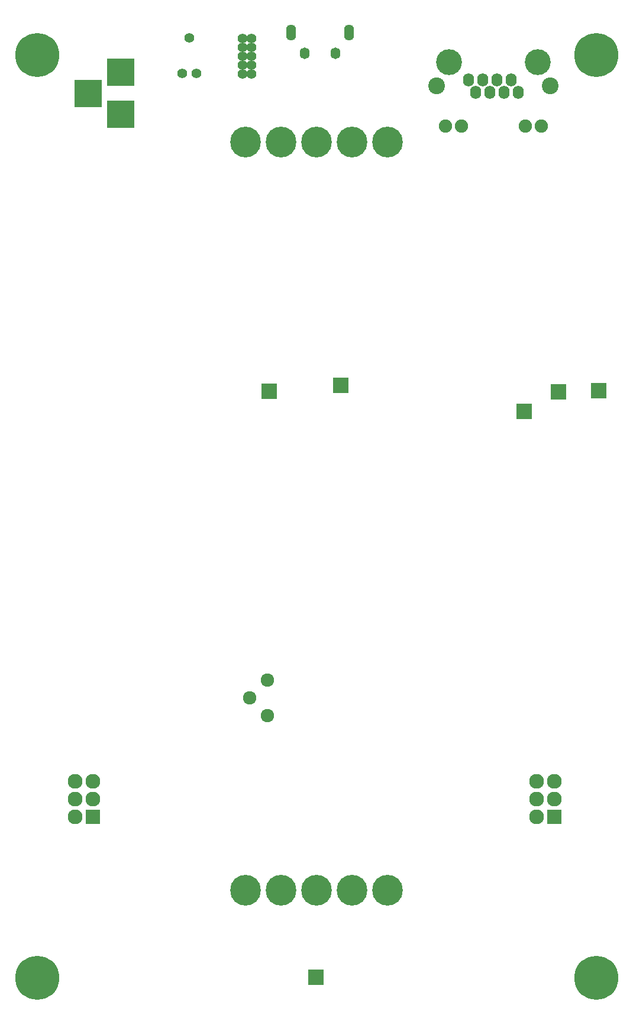
<source format=gbs>
G04 #@! TF.GenerationSoftware,KiCad,Pcbnew,no-vcs-found-40f60c9~58~ubuntu16.04.1*
G04 #@! TF.CreationDate,2017-03-31T16:11:59+01:00*
G04 #@! TF.ProjectId,bigtime,62696774696D652E6B696361645F7063,rev?*
G04 #@! TF.FileFunction,Soldermask,Bot*
G04 #@! TF.FilePolarity,Negative*
%FSLAX46Y46*%
G04 Gerber Fmt 4.6, Leading zero omitted, Abs format (unit mm)*
G04 Created by KiCad (PCBNEW no-vcs-found-40f60c9~58~ubuntu16.04.1) date Fri Mar 31 16:11:59 2017*
%MOMM*%
%LPD*%
G01*
G04 APERTURE LIST*
%ADD10C,0.100000*%
%ADD11R,2.300000X2.300000*%
%ADD12C,1.400000*%
%ADD13C,2.400000*%
%ADD14C,1.900000*%
%ADD15O,1.600000X1.900000*%
%ADD16C,3.700000*%
%ADD17C,1.924000*%
%ADD18R,3.900000X3.900000*%
%ADD19O,1.400000X1.650000*%
%ADD20O,1.400000X2.300000*%
%ADD21C,4.400000*%
%ADD22R,2.127200X2.127200*%
%ADD23O,2.127200X2.127200*%
%ADD24C,1.416000*%
%ADD25C,1.000000*%
%ADD26C,6.300000*%
G04 APERTURE END LIST*
D10*
D11*
X169940000Y-155990000D03*
X210370000Y-72070000D03*
D12*
X151766000Y-21620000D03*
X150750000Y-26700000D03*
X152782000Y-26700000D03*
D13*
X203390000Y-28470000D03*
D14*
X188410000Y-34180000D03*
X190690000Y-34180000D03*
X199840000Y-34180000D03*
X202120000Y-34180000D03*
D15*
X198820000Y-29360000D03*
X196790000Y-29360000D03*
X194760000Y-29360000D03*
X192730000Y-29360000D03*
X195770000Y-27580000D03*
X193740000Y-27580000D03*
X197810000Y-27580000D03*
X191710000Y-27580000D03*
D16*
X188920000Y-25040000D03*
X201620000Y-25040000D03*
D13*
X187140000Y-28470000D03*
D17*
X162970000Y-118520000D03*
X160430000Y-115980000D03*
X162970000Y-113440000D03*
D18*
X137300000Y-29500000D03*
X142000000Y-26500000D03*
X142000000Y-32500000D03*
D11*
X163210000Y-72160000D03*
X173460000Y-71310000D03*
X199710000Y-75000000D03*
X204640000Y-72240000D03*
D19*
X168275000Y-23825000D03*
X172725000Y-23825000D03*
D20*
X166325000Y-20825000D03*
X174675000Y-20825000D03*
D21*
X159840000Y-143500000D03*
X164920000Y-143500000D03*
X170000000Y-143500000D03*
X175080000Y-143500000D03*
X180160000Y-143500000D03*
X180160000Y-36500000D03*
X175080000Y-36500000D03*
X170000000Y-36500000D03*
X164920000Y-36500000D03*
X159840000Y-36500000D03*
D22*
X138000000Y-133000000D03*
D23*
X135460000Y-133000000D03*
X138000000Y-130460000D03*
X135460000Y-130460000D03*
X138000000Y-127920000D03*
X135460000Y-127920000D03*
X201460000Y-127920000D03*
X204000000Y-127920000D03*
X201460000Y-130460000D03*
X204000000Y-130460000D03*
X201460000Y-133000000D03*
D22*
X204000000Y-133000000D03*
D24*
X159365000Y-21645000D03*
X160635000Y-21645000D03*
X159365000Y-22915000D03*
X160635000Y-22915000D03*
X159365000Y-24185000D03*
X160635000Y-24185000D03*
X159365000Y-25455000D03*
X160635000Y-25455000D03*
X159365000Y-26725000D03*
X160635000Y-26725000D03*
D25*
X211800000Y-157800000D03*
X208200000Y-157800000D03*
X211800000Y-154200000D03*
X208200000Y-154200000D03*
X207500000Y-156000000D03*
X210000000Y-158500000D03*
X212500000Y-156000000D03*
X210000000Y-153500000D03*
D26*
X210000000Y-156000000D03*
X130000000Y-24000000D03*
D25*
X130000000Y-21500000D03*
X132500000Y-24000000D03*
X130000000Y-26500000D03*
X127500000Y-24000000D03*
X128200000Y-22200000D03*
X131800000Y-22200000D03*
X128200000Y-25800000D03*
X131800000Y-25800000D03*
X131800000Y-157800000D03*
X128200000Y-157800000D03*
X131800000Y-154200000D03*
X128200000Y-154200000D03*
X127500000Y-156000000D03*
X130000000Y-158500000D03*
X132500000Y-156000000D03*
X130000000Y-153500000D03*
D26*
X130000000Y-156000000D03*
X210000000Y-24000000D03*
D25*
X210000000Y-21500000D03*
X212500000Y-24000000D03*
X210000000Y-26500000D03*
X207500000Y-24000000D03*
X208200000Y-22200000D03*
X211800000Y-22200000D03*
X208200000Y-25800000D03*
X211800000Y-25800000D03*
M02*

</source>
